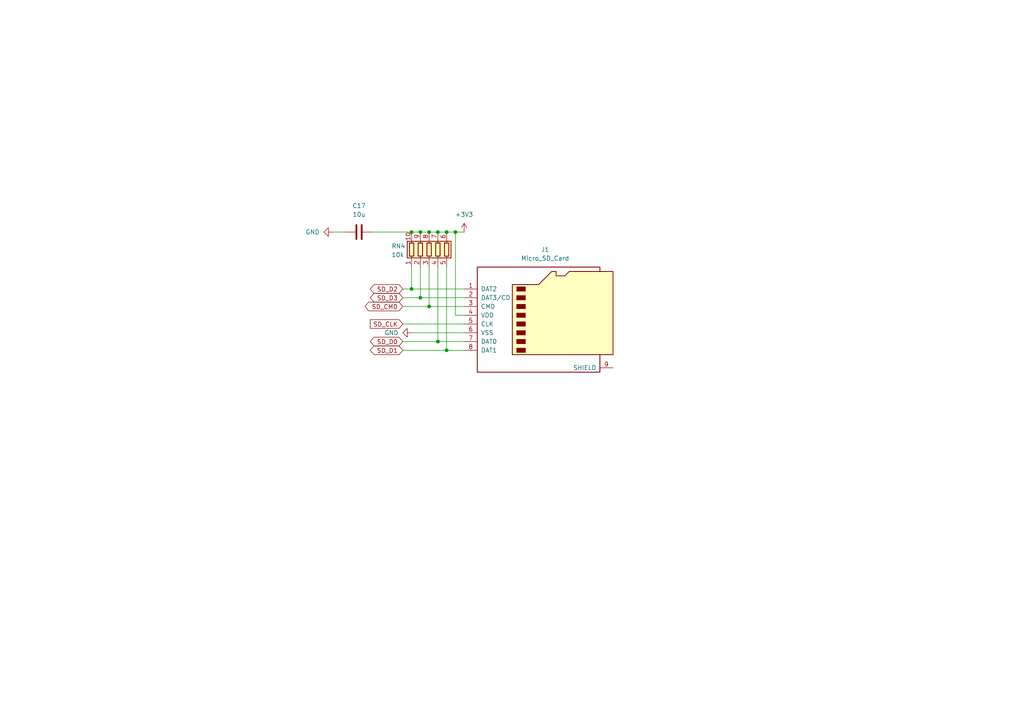
<source format=kicad_sch>
(kicad_sch (version 20231120) (generator "eeschema") (generator_version "8.0")
  (paper "A4")
  (title_block (title "ECP5 85F Platonic Board") (date "2025-01-05") (rev "V0.1") (company "ODHIN Unicamp") (comment 1 "Licensed under CERN OHL V2 Permissive") (comment 2 "Designed by: Julio Nunes Avelar"))
  (lib_symbols
    (symbol "Connector:Micro_SD_Card" (pin_names (offset 1.016))
      (property "Reference" "J" (at -16.51 15.24 0))
      (property "Value" "Micro_SD_Card" (at 16.51 15.24 0))
      (symbol "Micro_SD_Card_0_1"
        (rectangle (start -7.62 -9.525) (end -5.08 -10.795) (fill (type outline)))
        (rectangle (start -7.62 -6.985) (end -5.08 -8.255) (fill (type outline)))
        (rectangle (start -7.62 -4.445) (end -5.08 -5.715) (fill (type outline)))
        (rectangle (start -7.62 -1.905) (end -5.08 -3.175) (fill (type outline)))
        (rectangle (start -7.62 0.635) (end -5.08 -0.635) (fill (type outline)))
        (rectangle (start -7.62 3.175) (end -5.08 1.905) (fill (type outline)))
        (rectangle (start -7.62 5.715) (end -5.08 4.445) (fill (type outline)))
        (rectangle (start -7.62 8.255) (end -5.08 6.985) (fill (type outline)))
        (polyline (pts (xy 16.51 12.7) (xy 16.51 13.97) (xy -19.05 13.97) (xy -19.05 -16.51) (xy 16.51 -16.51) (xy 16.51 -11.43)) (stroke (width 0.254)))
        (polyline (pts (xy -8.89 -11.43) (xy -8.89 8.89) (xy -1.27 8.89) (xy 2.54 12.7) (xy 3.81 12.7) (xy 3.81 11.43) (xy 6.35 11.43) (xy 7.62 12.7) (xy 20.32 12.7) (xy 20.32 -11.43) (xy -8.89 -11.43)) (stroke (width 0.254)) (fill (type background)))
      )
      (symbol "Micro_SD_Card_1_1"
        (pin bidirectional line (at -22.86 7.62 0) (length 3.81) (name "DAT2") (number "1"))
        (pin bidirectional line (at -22.86 5.08 0) (length 3.81) (name "DAT3/CD") (number "2"))
        (pin input line (at -22.86 2.54 0) (length 3.81) (name "CMD") (number "3"))
        (pin power_in line (at -22.86 0 0) (length 3.81) (name "VDD") (number "4"))
        (pin input line (at -22.86 -2.54 0) (length 3.81) (name "CLK") (number "5"))
        (pin power_in line (at -22.86 -5.08 0) (length 3.81) (name "VSS") (number "6"))
        (pin bidirectional line (at -22.86 -7.62 0) (length 3.81) (name "DAT0") (number "7"))
        (pin bidirectional line (at -22.86 -10.16 0) (length 3.81) (name "DAT1") (number "8"))
        (pin passive line (at 20.32 -15.24 180) (length 3.81) (name "SHIELD") (number "9"))
      )
    )
    (symbol "Device:C" (pin_numbers hide) (pin_names (offset 0.254))
      (property "Reference" "C" (at 0.635 2.54 0))
      (property "Value" "C" (at 0.635 -2.54 0))
      (symbol "C_0_1"
        (polyline (pts (xy -2.032 -0.762) (xy 2.032 -0.762)) (stroke (width 0.508)))
        (polyline (pts (xy -2.032 0.762) (xy 2.032 0.762)) (stroke (width 0.508)))
      )
      (symbol "C_1_1"
        (pin passive line (at 0 3.81 270) (length 2.794) (name "~") (number "1"))
        (pin passive line (at 0 -3.81 90) (length 2.794) (name "~") (number "2"))
      )
    )
    (symbol "Device:R_Pack05" (pin_names (offset 0) hide)
      (property "Reference" "RN" (at -7.62 0 90))
      (property "Value" "R_Pack05" (at 7.62 0 90))
      (symbol "R_Pack05_0_1"
        (rectangle (start -6.35 -2.413) (end 6.35 2.413) (stroke (width 0.254)) (fill (type background)))
        (rectangle (start -5.715 1.905) (end -4.445 -1.905) (stroke (width 0.254)))
        (rectangle (start -3.175 1.905) (end -1.905 -1.905) (stroke (width 0.254)))
        (rectangle (start -0.635 1.905) (end 0.635 -1.905) (stroke (width 0.254)))
        (polyline (pts (xy -5.08 -2.54) (xy -5.08 -1.905)))
        (polyline (pts (xy -5.08 1.905) (xy -5.08 2.54)))
        (polyline (pts (xy -2.54 -2.54) (xy -2.54 -1.905)))
        (polyline (pts (xy -2.54 1.905) (xy -2.54 2.54)))
        (polyline (pts (xy 0 -2.54) (xy 0 -1.905)))
        (polyline (pts (xy 0 1.905) (xy 0 2.54)))
        (polyline (pts (xy 2.54 -2.54) (xy 2.54 -1.905)))
        (polyline (pts (xy 2.54 1.905) (xy 2.54 2.54)))
        (polyline (pts (xy 5.08 -2.54) (xy 5.08 -1.905)))
        (polyline (pts (xy 5.08 1.905) (xy 5.08 2.54)))
        (rectangle (start 1.905 1.905) (end 3.175 -1.905) (stroke (width 0.254)))
        (rectangle (start 4.445 1.905) (end 5.715 -1.905) (stroke (width 0.254)))
      )
      (symbol "R_Pack05_1_1"
        (pin passive line (at -5.08 -5.08 90) (length 2.54) (name "R1.1") (number "1"))
        (pin passive line (at -5.08 5.08 270) (length 2.54) (name "R1.2") (number "10"))
        (pin passive line (at -2.54 -5.08 90) (length 2.54) (name "R2.1") (number "2"))
        (pin passive line (at 0 -5.08 90) (length 2.54) (name "R3.1") (number "3"))
        (pin passive line (at 2.54 -5.08 90) (length 2.54) (name "R4.1") (number "4"))
        (pin passive line (at 5.08 -5.08 90) (length 2.54) (name "R5.1") (number "5"))
        (pin passive line (at 5.08 5.08 270) (length 2.54) (name "R5.2") (number "6"))
        (pin passive line (at 2.54 5.08 270) (length 2.54) (name "R4.2") (number "7"))
        (pin passive line (at 0 5.08 270) (length 2.54) (name "R3.2") (number "8"))
        (pin passive line (at -2.54 5.08 270) (length 2.54) (name "R2.2") (number "9"))
      )
    )
    (symbol "power:+3V3" (power) (pin_numbers hide) (pin_names (offset 0) hide)
      (property "Value" "+3V3" (at 0 3.556 0))
      (symbol "+3V3_0_1"
        (polyline (pts (xy -0.762 1.27) (xy 0 2.54)))
        (polyline (pts (xy 0 0) (xy 0 2.54)))
        (polyline (pts (xy 0 2.54) (xy 0.762 1.27)))
      )
      (symbol "+3V3_1_1"
        (pin power_in line (at 0 0 90) (length 0) (name "~") (number "1"))
      )
    )
    (symbol "power:GND" (power) (pin_numbers hide) (pin_names (offset 0) hide)
      (property "Value" "GND" (at 0 -3.81 0))
      (symbol "GND_0_1"
        (polyline (pts (xy 0 0) (xy 0 -1.27) (xy 1.27 -1.27) (xy 0 -2.54) (xy -1.27 -1.27) (xy 0 -1.27)))
      )
      (symbol "GND_1_1"
        (pin power_in line (at 0 0 270) (length 0) (name "~") (number "1"))
      )
    )
  )
  (junction (at 129.54 101.6))
  (junction (at 129.54 67.31))
  (junction (at 127 67.31))
  (junction (at 124.46 88.9))
  (junction (at 132.08 67.31))
  (junction (at 127 99.06))
  (junction (at 119.38 67.31))
  (junction (at 121.92 67.31))
  (junction (at 124.46 67.31))
  (junction (at 121.92 86.36))
  (junction (at 119.38 83.82))
  (wire (pts (xy 129.54 77.47) (xy 129.54 101.6)))
  (wire (pts (xy 116.84 101.6) (xy 129.54 101.6)))
  (wire (pts (xy 121.92 86.36) (xy 134.62 86.36)))
  (wire (pts (xy 124.46 77.47) (xy 124.46 88.9)))
  (wire (pts (xy 127 67.31) (xy 129.54 67.31)))
  (wire (pts (xy 127 77.47) (xy 127 99.06)))
  (wire (pts (xy 127 99.06) (xy 134.62 99.06)))
  (wire (pts (xy 116.84 86.36) (xy 121.92 86.36)))
  (wire (pts (xy 132.08 91.44) (xy 132.08 67.31)))
  (wire (pts (xy 121.92 67.31) (xy 124.46 67.31)))
  (wire (pts (xy 119.38 67.31) (xy 121.92 67.31)))
  (wire (pts (xy 124.46 67.31) (xy 127 67.31)))
  (wire (pts (xy 132.08 67.31) (xy 134.62 67.31)))
  (wire (pts (xy 129.54 67.31) (xy 132.08 67.31)))
  (wire (pts (xy 116.84 93.98) (xy 134.62 93.98)))
  (wire (pts (xy 121.92 77.47) (xy 121.92 86.36)))
  (wire (pts (xy 96.52 67.31) (xy 100.33 67.31)))
  (wire (pts (xy 129.54 101.6) (xy 134.62 101.6)))
  (wire (pts (xy 119.38 96.52) (xy 134.62 96.52)))
  (wire (pts (xy 107.95 67.31) (xy 119.38 67.31)))
  (wire (pts (xy 119.38 83.82) (xy 134.62 83.82)))
  (wire (pts (xy 116.84 99.06) (xy 127 99.06)))
  (wire (pts (xy 119.38 77.47) (xy 119.38 83.82)))
  (wire (pts (xy 116.84 83.82) (xy 119.38 83.82)))
  (wire (pts (xy 124.46 88.9) (xy 134.62 88.9)))
  (wire (pts (xy 134.62 91.44) (xy 132.08 91.44)))
  (wire (pts (xy 116.84 88.9) (xy 124.46 88.9)))
  (global_label "SD_CLK" (shape input) (at 116.84 93.98 180) (property "Intersheetrefs" "${INTERSHEET_REFS}" (effects (hide yes))))
  (global_label "SD_D1" (shape bidirectional) (at 116.84 101.6 180) (property "Intersheetrefs" "${INTERSHEET_REFS}" (effects (hide yes))))
  (global_label "SD_D0" (shape bidirectional) (at 116.84 99.06 180) (property "Intersheetrefs" "${INTERSHEET_REFS}" (effects (hide yes))))
  (global_label "SD_CMD" (shape bidirectional) (at 116.84 88.9 180) (property "Intersheetrefs" "${INTERSHEET_REFS}" (effects (hide yes))))
  (global_label "SD_D3" (shape bidirectional) (at 116.84 86.36 180) (property "Intersheetrefs" "${INTERSHEET_REFS}" (effects (hide yes))))
  (global_label "SD_D2" (shape bidirectional) (at 116.84 83.82 180) (property "Intersheetrefs" "${INTERSHEET_REFS}" (effects (hide yes))))
  (symbol (lib_id "power:GND") (at 96.52 67.31 270) (unit 1)
    (property "Reference" "#PWR079" (effects (hide yes)))
    (property "Value" "GND" (at 92.71 67.3099 90) (effects (justify right)))
    (property "Description" "Power symbol creates a global label with name \"GND\" , ground" (effects (hide yes)))
  )
  (symbol (lib_id "Connector:Micro_SD_Card") (at 157.48 91.44 0) (unit 1)
    (property "Reference" "J1" (at 158.115 72.39 0))
    (property "Value" "Micro_SD_Card" (at 158.115 74.93 0))
    (property "Footprint" "Connector_Card:microSD_HC_Wuerth_693072010801" (effects (hide yes)))
    (property "Datasheet" "https://www.we-online.com/components/products/datasheet/693072010801.pdf" (effects (hide yes)))
    (property "Description" "Micro SD Card Socket" (effects (hide yes)))
  )
  (symbol (lib_id "Device:C") (at 104.14 67.31 270) (unit 1)
    (property "Reference" "C17" (at 104.14 59.69 90))
    (property "Value" "10u" (at 104.14 62.23 90))
    (property "Description" "Unpolarized capacitor" (effects (hide yes)))
  )
  (symbol (lib_id "power:+3V3") (at 134.62 67.31 0) (unit 1)
    (property "Reference" "#PWR078" (effects (hide yes)))
    (property "Value" "+3V3" (at 134.62 62.23 0))
    (property "Description" "Power symbol creates a global label with name \"+3V3\"" (effects (hide yes)))
  )
  (symbol (lib_id "Device:R_Pack05") (at 124.46 72.39 0) (unit 1)
    (property "Reference" "RN4" (at 113.538 71.374 0) (effects (justify left)))
    (property "Value" "10k" (at 113.538 73.914 0) (effects (justify left)))
    (property "Footprint" "Resistor_SMD:R_Array_Convex_5x0603" (effects (hide yes)))
    (property "Description" "5 resistor network, parallel topology" (effects (hide yes)))
  )
  (symbol (lib_id "power:GND") (at 119.38 96.52 270) (unit 1)
    (property "Reference" "#PWR077" (effects (hide yes)))
    (property "Value" "GND" (at 115.57 96.5199 90) (effects (justify right)))
    (property "Description" "Power symbol creates a global label with name \"GND\" , ground" (effects (hide yes)))
  )
)
</source>
